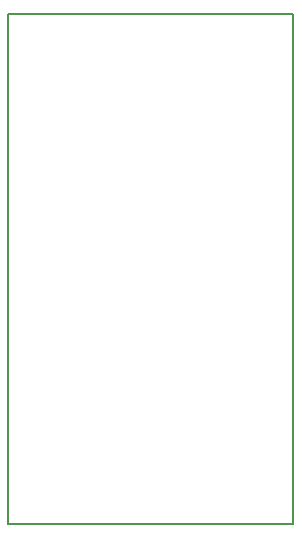
<source format=gbr>
G04 #@! TF.GenerationSoftware,KiCad,Pcbnew,(5.0.0)*
G04 #@! TF.CreationDate,2019-03-11T23:44:19-04:00*
G04 #@! TF.ProjectId,1-Hour-Board,312D486F75722D426F6172642E6B6963,rev?*
G04 #@! TF.SameCoordinates,Original*
G04 #@! TF.FileFunction,Profile,NP*
%FSLAX46Y46*%
G04 Gerber Fmt 4.6, Leading zero omitted, Abs format (unit mm)*
G04 Created by KiCad (PCBNEW (5.0.0)) date 03/11/19 23:44:19*
%MOMM*%
%LPD*%
G01*
G04 APERTURE LIST*
%ADD10C,0.200000*%
G04 APERTURE END LIST*
D10*
X99695000Y-83185000D02*
X99695000Y-126365000D01*
X123825000Y-83185000D02*
X99695000Y-83185000D01*
X123825000Y-126365000D02*
X123825000Y-83185000D01*
X99695000Y-126365000D02*
X123825000Y-126365000D01*
M02*

</source>
